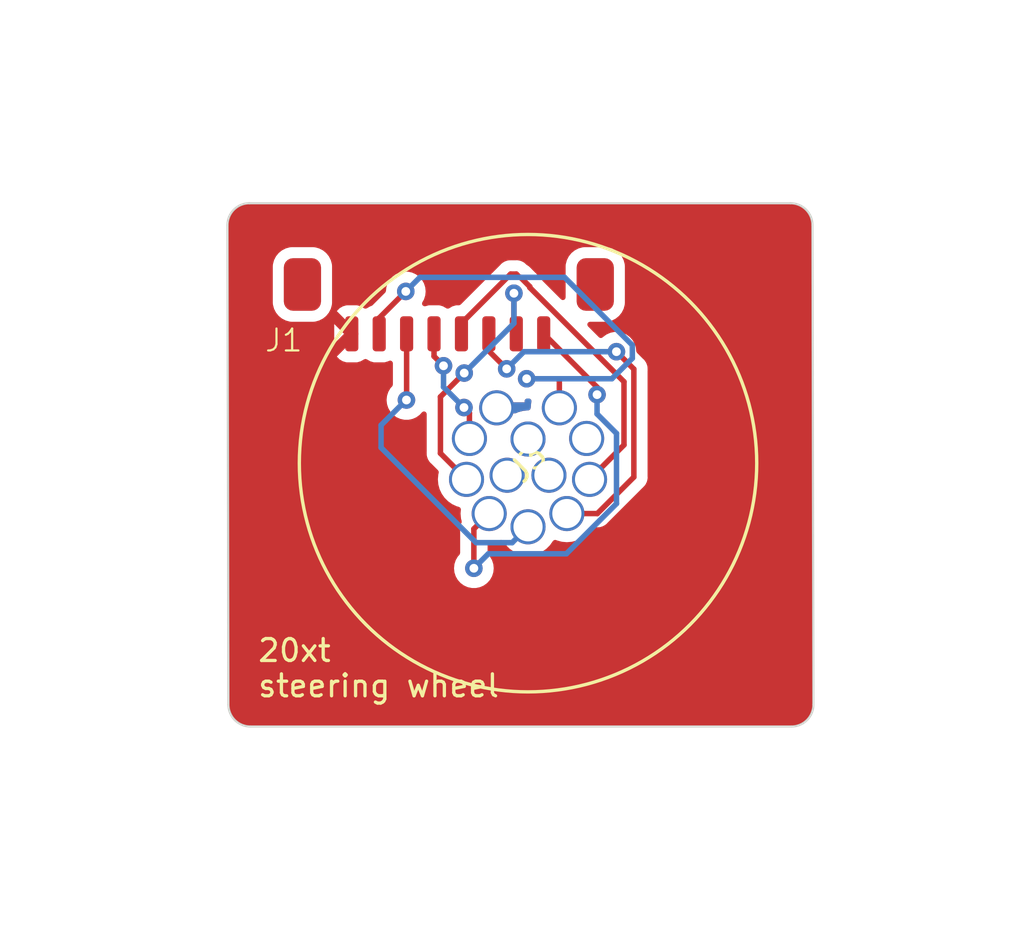
<source format=kicad_pcb>
(kicad_pcb (version 20221018) (generator pcbnew)
  (layers (0 "F.Cu" signal) (31 "B.Cu" signal) (34 "B.Paste" user) (35 "F.Paste" user) (36 "B.SilkS" user "B.Silkscreen") (37 "F.SilkS" user "F.Silkscreen") (38 "B.Mask" user) (39 "F.Mask" user) (44 "Edge.Cuts" user))
  (net 0 "")
  (net 1 "doutlcd5")
  (net 2 "SDA5")
  (net 3 "SCL5")
  (net 4 "S15")
  (net 5 "S25")
  (net 6 "S35")
  (net 7 "S45")
  (net 10 "GND")
  (footprint "peripheralio:CONN_M12A-12PMMP-SF8001_AMP" (layer "F.Cu") (at 138.111068 96.265959 45)
    (fp_text reference "J3" (at -2.794528 0.774992 45 unlocked) (layer "F.SilkS"))
    (fp_text value "M12A-12PMMP-SF8001" hide)
    (fp_circle (center -2.794528 0.774992) (end 7.632172 0.774992) (stroke (width 0.1524)) (fill none) (layer "F.SilkS"))
    (pad "1" thru_hole circle (at 0 0 45) (size 1.6 1.6) (drill 1.33) (layers "*.Cu" "*.Mask") (net 7 "S45"))
    (pad "2" thru_hole circle (at -2.019574 -2.019516 45) (size 1.6 1.6) (drill 1.33) (layers "*.Cu" "*.Mask") (net 10 "GND"))
    (pad "3" thru_hole circle (at -3.886728 -1.911566 135) (size 1.6 1.6) (drill 1.33) (layers "*.Cu" "*.Mask") (net 5 "S25"))
    (pad "4" thru_hole circle (at -5.29973 -0.686016 45) (size 1.6 1.6) (drill 1.33) (layers "*.Cu" "*.Mask") (net 2 "SDA5"))
    (pad "5" thru_hole circle (at -5.67057 1.147356 45) (size 1.6 1.6) (drill 1.33) (layers "*.Cu" "*.Mask") (net 1 "doutlcd5"))
    (pad "6" thru_hole circle (at -4.84507 2.825534 45) (size 1.6 1.6) (drill 1.33) (layers "*.Cu" "*.Mask") (net 6 "S35"))
    (pad "7" thru_hole circle (at -3.166892 3.651034 45) (size 1.6 1.6) (drill 1.33) (layers "*.Cu" "*.Mask") (net 3 "SCL5"))
    (pad "8" thru_hole circle (at -1.33352 3.280194 45) (size 1.6 1.6) (drill 1.33) (layers "*.Cu" "*.Mask") (net 4 "S15"))
    (pad "9" thru_hole circle (at -0.10797 1.867192 45) (size 1.6 1.6) (drill 1.33) (layers "*.Cu" "*.Mask"))
    (pad "10" thru_hole circle (at -2.016712 -0.002824 45) (size 1.6 1.6) (drill 1.33) (layers "*.Cu" "*.Mask"))
    (pad "11" thru_hole circle (at -3.857046 0.490291 255) (size 1.6 1.6) (drill 1.33) (layers "*.Cu" "*.Mask"))
    (pad "12" thru_hole circle (at -2.509827 1.83751 285) (size 1.6 1.6) (drill 1.33) (layers "*.Cu" "*.Mask"))
  )
  (footprint "peripheralio:SMD_picoblade_hori_1x08" (layer "F.Cu") (at 125.5475 93.6925)
    (fp_text reference "J1" (at 0 -0.5 unlocked) (layer "F.SilkS") (effects (font (thickness 0.1))))
    (fp_text value "Conn_01x08")
    (pad "" smd roundrect (at 0.85 -3.05) (size 1.7 2.4) (layers "F.Cu" "F.Paste" "F.Mask"))
    (pad "" smd roundrect (at 14.2 -3.05) (size 1.7 2.4) (layers "F.Cu" "F.Paste" "F.Mask"))
    (pad "1" smd roundrect (at 11.85 -0.8) (size 0.6 1.6) (layers "F.Cu" "F.Paste" "F.Mask") (net 1 "doutlcd5"))
    (pad "2" smd roundrect (at 10.6 -0.8) (size 0.6 1.6) (layers "F.Cu" "F.Paste" "F.Mask") (net 2 "SDA5"))
    (pad "3" smd roundrect (at 9.35 -0.8) (size 0.6 1.6) (layers "F.Cu" "F.Paste" "F.Mask") (net 3 "SCL5"))
    (pad "4" smd roundrect (at 8.1 -0.8) (size 0.6 1.6) (layers "F.Cu" "F.Paste" "F.Mask") (net 4 "S15"))
    (pad "5" smd roundrect (at 6.85 -0.8) (size 0.6 1.6) (layers "F.Cu" "F.Paste" "F.Mask") (net 5 "S25"))
    (pad "6" smd roundrect (at 5.6 -0.8) (size 0.6 1.6) (layers "F.Cu" "F.Paste" "F.Mask") (net 6 "S35"))
    (pad "7" smd roundrect (at 4.35 -0.8) (size 0.6 1.6) (layers "F.Cu" "F.Paste" "F.Mask") (net 7 "S45"))
    (pad "8" smd roundrect (at 3.1 -0.8) (size 0.6 1.6) (layers "F.Cu" "F.Paste" "F.Mask") (net 10 "GND"))
  )
  (gr_arc (start 124.023468 110.794759) (mid 123.316361 110.501866) (end 123.023468 109.794759) (stroke (width 0.1)) (layer "Edge.Cuts"))
  (gr_arc (start 122.98 87.94) (mid 123.272906 87.232908) (end 123.98 86.94) (stroke (width 0.1)) (layer "Edge.Cuts"))
  (gr_line (start 122.98 87.94) (end 123.023468 109.794759) (stroke (width 0.1)) (layer "Edge.Cuts"))
  (gr_arc (start 148.65 86.94) (mid 149.357142 87.232879) (end 149.65 87.94) (stroke (width 0.1)) (layer "Edge.Cuts"))
  (gr_line (start 148.693468 110.794759) (end 124.023468 110.794759) (stroke (width 0.1)) (layer "Edge.Cuts"))
  (gr_line (start 149.65 87.94) (end 149.693468 109.794759) (stroke (width 0.1)) (layer "Edge.Cuts"))
  (gr_line (start 123.98 86.94) (end 148.65 86.94) (stroke (width 0.1)) (layer "Edge.Cuts"))
  (gr_arc (start 149.693468 109.794759) (mid 149.400575 110.501866) (end 148.693468 110.794759) (stroke (width 0.1)) (layer "Edge.Cuts"))
  (gr_text "20xt\nsteering wheel" (at 124.293468 109.524759) (layer "F.SilkS") (effects (font (size 1 1)) (justify left bottom)))
  (segment (start 137.3975 92.8925) (end 139.83 95.325) (width 0.25) (layer "F.Cu") (net 1))
  (segment (start 139.83 95.325) (end 139.83 95.665) (width 0.25) (layer "F.Cu") (net 1))
  (segment (start 134.2136 103.5812) (end 134.2136 101.786034) (width 0.25) (layer "F.Cu") (net 1))
  (segment (start 134.2136 101.786034) (end 134.912673 101.086961) (width 0.25) (layer "F.Cu") (net 1))
  (via (at 139.83 95.665) (size 0.8) (drill 0.4) (layers "F.Cu" "B.Cu") (net 1))
  (via (at 134.2136 103.5812) (size 0.8) (drill 0.4) (layers "F.Cu" "B.Cu") (net 1))
  (segment (start 139.83 96.546592) (end 140.716 97.432592) (width 0.25) (layer "B.Cu") (net 1))
  (segment (start 134.874041 102.920759) (end 134.2136 103.5812) (width 0.25) (layer "B.Cu") (net 1))
  (segment (start 138.430041 102.920759) (end 134.874041 102.920759) (width 0.25) (layer "B.Cu") (net 1))
  (segment (start 139.83 95.665) (end 139.83 96.546592) (width 0.25) (layer "B.Cu") (net 1))
  (segment (start 140.716 100.6348) (end 138.430041 102.920759) (width 0.25) (layer "B.Cu") (net 1))
  (segment (start 140.716 97.432592) (end 140.716 100.6348) (width 0.25) (layer "B.Cu") (net 1))
  (segment (start 132.6896 95.765193) (end 132.6896 98.339441) (width 0.25) (layer "F.Cu") (net 2))
  (segment (start 132.6896 98.339441) (end 133.878506 99.528347) (width 0.25) (layer "F.Cu") (net 2))
  (segment (start 133.773548 94.681245) (end 132.6896 95.765193) (width 0.25) (layer "F.Cu") (net 2))
  (segment (start 136.04 91.0425) (end 136.04 92.785) (width 0.25) (layer "F.Cu") (net 2))
  (segment (start 136.04 92.785) (end 136.1475 92.8925) (width 0.25) (layer "F.Cu") (net 2))
  (via (at 133.773548 94.681245) (size 0.8) (drill 0.4) (layers "F.Cu" "B.Cu") (net 2))
  (via (at 136.04 91.0425) (size 0.8) (drill 0.4) (layers "F.Cu" "B.Cu") (net 2))
  (segment (start 133.773548 94.681245) (end 136.04 92.414793) (width 0.25) (layer "B.Cu") (net 2))
  (segment (start 136.04 92.414793) (end 136.04 91.0425) (width 0.25) (layer "B.Cu") (net 2))
  (segment (start 141.507468 94.501254) (end 140.713107 93.706893) (width 0.25) (layer "F.Cu") (net 3))
  (segment (start 135.71 94.49) (end 134.8975 93.6775) (width 0.25) (layer "F.Cu") (net 3))
  (segment (start 139.843266 101.086961) (end 138.453408 101.086961) (width 0.25) (layer "F.Cu") (net 3))
  (segment (start 141.507468 99.422759) (end 139.843266 101.086961) (width 0.25) (layer "F.Cu") (net 3))
  (segment (start 141.507468 99.422759) (end 141.507468 94.501254) (width 0.25) (layer "F.Cu") (net 3))
  (segment (start 134.8975 93.6775) (end 134.8975 92.8925) (width 0.25) (layer "F.Cu") (net 3))
  (via (at 135.71 94.49) (size 0.8) (drill 0.4) (layers "F.Cu" "B.Cu") (net 3))
  (via (at 140.713107 93.706893) (size 0.8) (drill 0.4) (layers "F.Cu" "B.Cu") (net 3))
  (segment (start 140.713107 93.706893) (end 136.493107 93.706893) (width 0.25) (layer "B.Cu") (net 3))
  (segment (start 136.493107 93.706893) (end 135.71 94.49) (width 0.25) (layer "B.Cu") (net 3))
  (segment (start 135.890603 90.166592) (end 133.6475 92.409695) (width 0.25) (layer "F.Cu") (net 4))
  (segment (start 141.057468 97.958453) (end 141.057468 95.07656) (width 0.25) (layer "F.Cu") (net 4))
  (segment (start 141.057468 95.07656) (end 136.765 90.784092) (width 0.25) (layer "F.Cu") (net 4))
  (segment (start 136.765 90.784092) (end 136.765 90.742195) (width 0.25) (layer "F.Cu") (net 4))
  (segment (start 136.1475 90.166592) (end 135.890603 90.166592) (width 0.25) (layer "F.Cu") (net 4))
  (segment (start 133.6475 92.409695) (end 133.6475 92.8925) (width 0.25) (layer "F.Cu") (net 4))
  (segment (start 139.487574 99.528347) (end 141.057468 97.958453) (width 0.25) (layer "F.Cu") (net 4))
  (segment (start 136.340305 90.3175) (end 136.298408 90.3175) (width 0.25) (layer "F.Cu") (net 4))
  (segment (start 136.298408 90.3175) (end 136.1475 90.166592) (width 0.25) (layer "F.Cu") (net 4))
  (segment (start 136.765 90.742195) (end 136.340305 90.3175) (width 0.25) (layer "F.Cu") (net 4))
  (segment (start 134.011055 96.501055) (end 134.011055 97.662609) (width 0.25) (layer "F.Cu") (net 5))
  (segment (start 132.3975 92.8925) (end 132.3975 93.9175) (width 0.25) (layer "F.Cu") (net 5))
  (segment (start 132.3975 93.9175) (end 132.83 94.35) (width 0.25) (layer "F.Cu") (net 5))
  (segment (start 133.762653 96.252653) (end 134.011055 96.501055) (width 0.25) (layer "F.Cu") (net 5))
  (via (at 132.83 94.35) (size 0.8) (drill 0.4) (layers "F.Cu" "B.Cu") (net 5))
  (via (at 133.762653 96.252653) (size 0.8) (drill 0.4) (layers "F.Cu" "B.Cu") (net 5))
  (segment (start 133.762653 96.252653) (end 132.83 95.32) (width 0.25) (layer "B.Cu") (net 5))
  (segment (start 132.83 95.32) (end 132.83 94.35) (width 0.25) (layer "B.Cu") (net 5))
  (segment (start 131.14 95.91) (end 131.1475 95.9025) (width 0.25) (layer "F.Cu") (net 6))
  (segment (start 131.1475 95.9025) (end 131.1475 92.8925) (width 0.25) (layer "F.Cu") (net 6))
  (via (at 131.14 95.91) (size 0.8) (drill 0.4) (layers "F.Cu" "B.Cu") (net 6))
  (segment (start 131.13 95.91) (end 131.14 95.91) (width 0.25) (layer "B.Cu") (net 6))
  (segment (start 135.960135 102.4128) (end 136.68304 101.689895) (width 0.25) (layer "B.Cu") (net 6))
  (segment (start 134.3152 102.4128) (end 135.960135 102.4128) (width 0.25) (layer "B.Cu") (net 6))
  (segment (start 129.983068 97.056932) (end 130.18 96.86) (width 0.25) (layer "B.Cu") (net 6))
  (segment (start 130.18 96.86) (end 131.13 95.91) (width 0.25) (layer "B.Cu") (net 6))
  (segment (start 129.983068 98.080668) (end 129.983068 97.056932) (width 0.25) (layer "B.Cu") (net 6))
  (segment (start 129.983068 98.080668) (end 134.3152 102.4128) (width 0.25) (layer "B.Cu") (net 6))
  (segment (start 131.11 90.96) (end 129.8975 92.1725) (width 0.25) (layer "F.Cu") (net 7))
  (segment (start 138.111068 95.021068) (end 138.03 94.94) (width 0.25) (layer "F.Cu") (net 7))
  (segment (start 129.8975 92.1725) (end 129.8975 92.8925) (width 0.25) (layer "F.Cu") (net 7))
  (segment (start 138.111068 96.265959) (end 138.111068 95.021068) (width 0.25) (layer "F.Cu") (net 7))
  (segment (start 138.03 94.94) (end 136.62 94.94) (width 0.25) (layer "F.Cu") (net 7))
  (via (at 136.62 94.94) (size 0.8) (drill 0.4) (layers "F.Cu" "B.Cu") (net 7))
  (via (at 131.11 90.96) (size 0.8) (drill 0.4) (layers "F.Cu" "B.Cu") (net 7))
  (segment (start 141.438107 94.007198) (end 141.438107 93.406588) (width 0.25) (layer "B.Cu") (net 7))
  (segment (start 138.349019 90.3175) (end 131.7525 90.3175) (width 0.25) (layer "B.Cu") (net 7))
  (segment (start 141.438107 93.406588) (end 138.349019 90.3175) (width 0.25) (layer "B.Cu") (net 7))
  (segment (start 136.62 94.94) (end 140.505305 94.94) (width 0.25) (layer "B.Cu") (net 7))
  (segment (start 140.505305 94.94) (end 141.438107 94.007198) (width 0.25) (layer "B.Cu") (net 7))
  (segment (start 131.7525 90.3175) (end 131.11 90.96) (width 0.25) (layer "B.Cu") (net 7))
  (zone (net 10) (net_name "GND") (layers "F&B.Cu") (connect_pads (clearance 0.5)) (min_thickness 0.25) (fill yes (thermal_gap 0.5) (thermal_bridge_width 0.5))
    (polygon (pts (xy 119.569068 78.282759) (xy 159.294668 77.673159) (xy 158.075468 110.083559) (xy 144.562668 120.395959) (xy 112.609468 109.981959)))
  )
)
</source>
